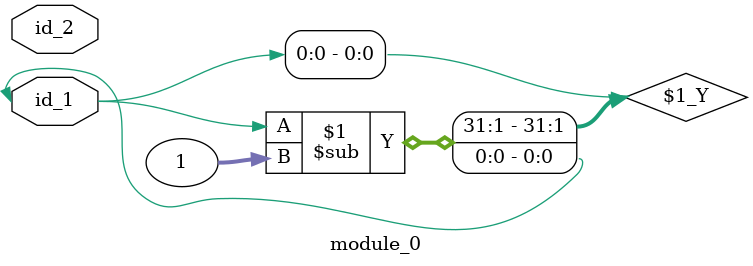
<source format=v>
module module_0 (
    id_1,
    id_2
);
  inout id_2;
  inout id_1;
  assign id_1 = id_1 - 1;
  assign id_2 = id_2;
endmodule

</source>
